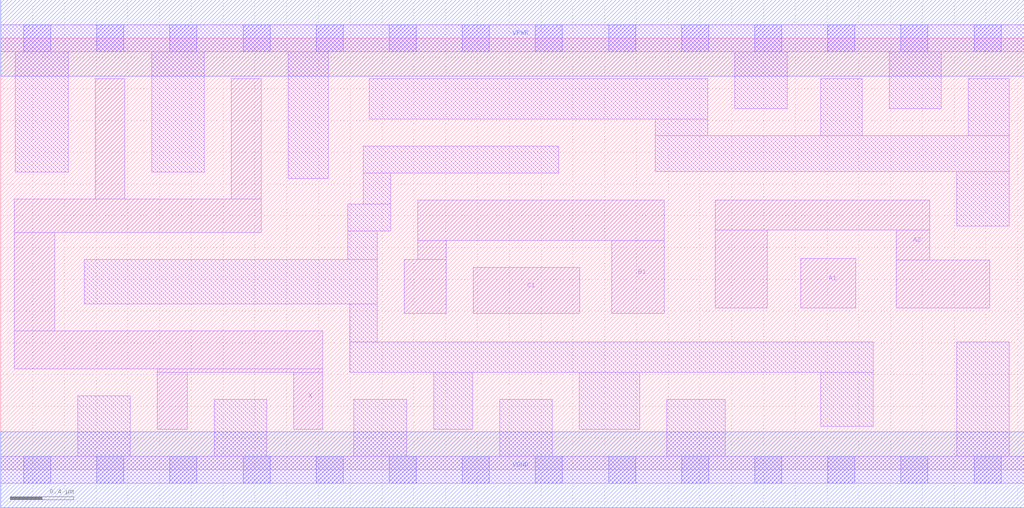
<source format=lef>
# Copyright 2020 The SkyWater PDK Authors
#
# Licensed under the Apache License, Version 2.0 (the "License");
# you may not use this file except in compliance with the License.
# You may obtain a copy of the License at
#
#     https://www.apache.org/licenses/LICENSE-2.0
#
# Unless required by applicable law or agreed to in writing, software
# distributed under the License is distributed on an "AS IS" BASIS,
# WITHOUT WARRANTIES OR CONDITIONS OF ANY KIND, either express or implied.
# See the License for the specific language governing permissions and
# limitations under the License.
#
# SPDX-License-Identifier: Apache-2.0

VERSION 5.7 ;
  NOWIREEXTENSIONATPIN ON ;
  DIVIDERCHAR "/" ;
  BUSBITCHARS "[]" ;
UNITS
  DATABASE MICRONS 200 ;
END UNITS
MACRO sky130_fd_sc_hd__a211o_4
  CLASS CORE ;
  FOREIGN sky130_fd_sc_hd__a211o_4 ;
  ORIGIN  0.000000  0.000000 ;
  SIZE  6.440000 BY  2.720000 ;
  SYMMETRY X Y R90 ;
  SITE unithd ;
  PIN A1
    ANTENNAGATEAREA  0.495000 ;
    DIRECTION INPUT ;
    USE SIGNAL ;
    PORT
      LAYER li1 ;
        RECT 5.035000 1.020000 5.380000 1.330000 ;
    END
  END A1
  PIN A2
    ANTENNAGATEAREA  0.495000 ;
    DIRECTION INPUT ;
    USE SIGNAL ;
    PORT
      LAYER li1 ;
        RECT 4.495000 1.020000 4.825000 1.510000 ;
        RECT 4.495000 1.510000 5.845000 1.700000 ;
        RECT 5.635000 1.020000 6.225000 1.320000 ;
        RECT 5.635000 1.320000 5.845000 1.510000 ;
    END
  END A2
  PIN B1
    ANTENNAGATEAREA  0.495000 ;
    DIRECTION INPUT ;
    USE SIGNAL ;
    PORT
      LAYER li1 ;
        RECT 2.540000 0.985000 2.805000 1.325000 ;
        RECT 2.625000 1.325000 2.805000 1.445000 ;
        RECT 2.625000 1.445000 4.175000 1.700000 ;
        RECT 3.845000 0.985000 4.175000 1.445000 ;
    END
  END B1
  PIN C1
    ANTENNAGATEAREA  0.495000 ;
    DIRECTION INPUT ;
    USE SIGNAL ;
    PORT
      LAYER li1 ;
        RECT 2.975000 0.985000 3.645000 1.275000 ;
    END
  END C1
  PIN X
    ANTENNADIFFAREA  0.933750 ;
    DIRECTION OUTPUT ;
    USE SIGNAL ;
    PORT
      LAYER li1 ;
        RECT 0.085000 0.635000 2.025000 0.875000 ;
        RECT 0.085000 0.875000 0.340000 1.495000 ;
        RECT 0.085000 1.495000 1.640000 1.705000 ;
        RECT 0.595000 1.705000 0.780000 2.465000 ;
        RECT 0.985000 0.255000 1.175000 0.615000 ;
        RECT 0.985000 0.615000 2.025000 0.635000 ;
        RECT 1.450000 1.705000 1.640000 2.465000 ;
        RECT 1.845000 0.255000 2.025000 0.615000 ;
    END
  END X
  PIN VGND
    DIRECTION INOUT ;
    SHAPE ABUTMENT ;
    USE GROUND ;
    PORT
      LAYER met1 ;
        RECT 0.000000 -0.240000 6.440000 0.240000 ;
    END
  END VGND
  PIN VPWR
    DIRECTION INOUT ;
    SHAPE ABUTMENT ;
    USE POWER ;
    PORT
      LAYER met1 ;
        RECT 0.000000 2.480000 6.440000 2.960000 ;
    END
  END VPWR
  OBS
    LAYER li1 ;
      RECT 0.000000 -0.085000 6.440000 0.085000 ;
      RECT 0.000000  2.635000 6.440000 2.805000 ;
      RECT 0.090000  1.875000 0.425000 2.635000 ;
      RECT 0.485000  0.085000 0.815000 0.465000 ;
      RECT 0.525000  1.045000 2.370000 1.325000 ;
      RECT 0.950000  1.875000 1.280000 2.635000 ;
      RECT 1.345000  0.085000 1.675000 0.445000 ;
      RECT 1.810000  1.835000 2.060000 2.635000 ;
      RECT 2.185000  1.325000 2.370000 1.505000 ;
      RECT 2.185000  1.505000 2.455000 1.675000 ;
      RECT 2.195000  0.615000 5.490000 0.805000 ;
      RECT 2.195000  0.805000 2.370000 1.045000 ;
      RECT 2.220000  0.085000 2.555000 0.445000 ;
      RECT 2.280000  1.675000 2.455000 1.870000 ;
      RECT 2.280000  1.870000 3.510000 2.040000 ;
      RECT 2.320000  2.210000 4.450000 2.465000 ;
      RECT 2.725000  0.255000 2.970000 0.615000 ;
      RECT 3.140000  0.085000 3.470000 0.445000 ;
      RECT 3.640000  0.255000 4.020000 0.615000 ;
      RECT 4.120000  1.880000 6.345000 2.105000 ;
      RECT 4.120000  2.105000 4.450000 2.210000 ;
      RECT 4.190000  0.085000 4.560000 0.445000 ;
      RECT 4.620000  2.275000 4.950000 2.635000 ;
      RECT 5.160000  0.275000 5.490000 0.615000 ;
      RECT 5.160000  2.105000 5.420000 2.465000 ;
      RECT 5.590000  2.275000 5.920000 2.635000 ;
      RECT 6.015000  0.085000 6.345000 0.805000 ;
      RECT 6.015000  1.535000 6.345000 1.880000 ;
      RECT 6.090000  2.105000 6.345000 2.465000 ;
    LAYER mcon ;
      RECT 0.145000 -0.085000 0.315000 0.085000 ;
      RECT 0.145000  2.635000 0.315000 2.805000 ;
      RECT 0.605000 -0.085000 0.775000 0.085000 ;
      RECT 0.605000  2.635000 0.775000 2.805000 ;
      RECT 1.065000 -0.085000 1.235000 0.085000 ;
      RECT 1.065000  2.635000 1.235000 2.805000 ;
      RECT 1.525000 -0.085000 1.695000 0.085000 ;
      RECT 1.525000  2.635000 1.695000 2.805000 ;
      RECT 1.985000 -0.085000 2.155000 0.085000 ;
      RECT 1.985000  2.635000 2.155000 2.805000 ;
      RECT 2.445000 -0.085000 2.615000 0.085000 ;
      RECT 2.445000  2.635000 2.615000 2.805000 ;
      RECT 2.905000 -0.085000 3.075000 0.085000 ;
      RECT 2.905000  2.635000 3.075000 2.805000 ;
      RECT 3.365000 -0.085000 3.535000 0.085000 ;
      RECT 3.365000  2.635000 3.535000 2.805000 ;
      RECT 3.825000 -0.085000 3.995000 0.085000 ;
      RECT 3.825000  2.635000 3.995000 2.805000 ;
      RECT 4.285000 -0.085000 4.455000 0.085000 ;
      RECT 4.285000  2.635000 4.455000 2.805000 ;
      RECT 4.745000 -0.085000 4.915000 0.085000 ;
      RECT 4.745000  2.635000 4.915000 2.805000 ;
      RECT 5.205000 -0.085000 5.375000 0.085000 ;
      RECT 5.205000  2.635000 5.375000 2.805000 ;
      RECT 5.665000 -0.085000 5.835000 0.085000 ;
      RECT 5.665000  2.635000 5.835000 2.805000 ;
      RECT 6.125000 -0.085000 6.295000 0.085000 ;
      RECT 6.125000  2.635000 6.295000 2.805000 ;
  END
END sky130_fd_sc_hd__a211o_4
END LIBRARY

</source>
